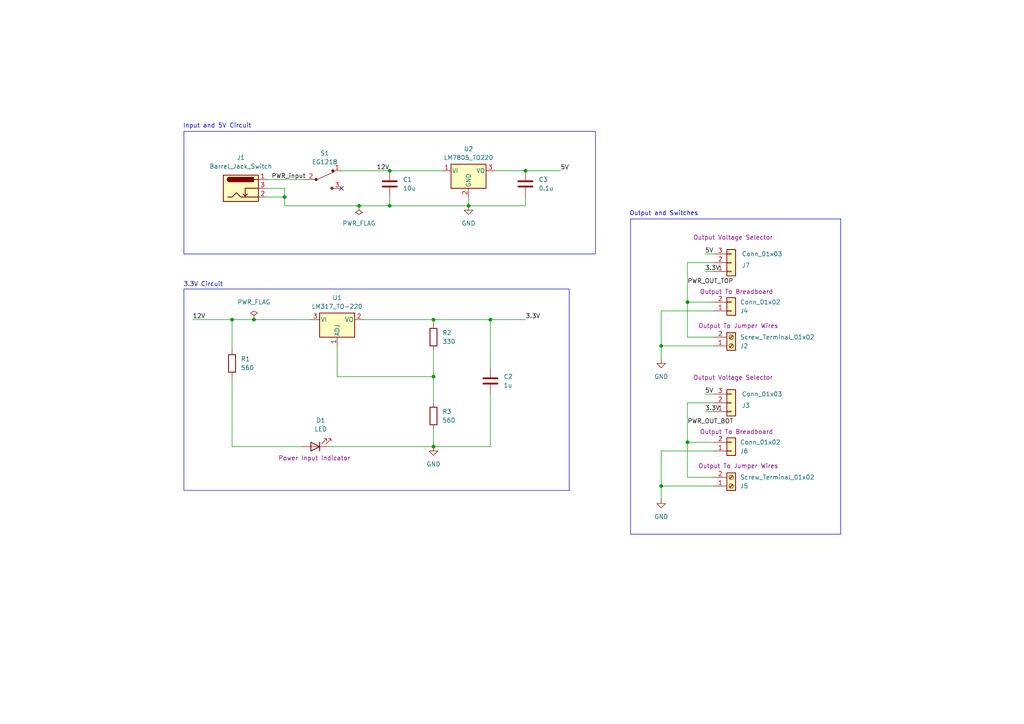
<source format=kicad_sch>
(kicad_sch (version 20250114) (generator "eeschema") (generator_version "9.0")
  (paper "A4")
  (title_block (title "Learning KiCAD with a simple project") (date "2025-10-30") (rev "1") (company "The Octothorpe"))
  (lib_symbols
    (symbol "Connector:Barrel_Jack_Switch" (pin_names (hide yes))
      (property "Reference" "J" (at 0 5.334 0))
      (property "Value" "Barrel_Jack_Switch" (at 0 -5.08 0))
      (symbol "Barrel_Jack_Switch_0_1"
        (rectangle (start -5.08 3.81) (end 5.08 -3.81) (stroke (width 0.254)) (fill (type background)))
        (polyline (pts (xy -3.81 -2.54) (xy -2.54 -2.54) (xy -1.27 -1.27) (xy 0 -2.54) (xy 2.54 -2.54) (xy 5.08 -2.54)) (stroke (width 0.254)))
        (arc (start -3.302 1.905) (mid -3.9343 2.54) (end -3.302 3.175) (stroke (width 0.254)))
        (arc (start -3.302 1.905) (mid -3.9343 2.54) (end -3.302 3.175) (stroke (width 0.254)) (fill (type outline)))
        (polyline (pts (xy 1.27 -2.286) (xy 1.905 -1.651)) (stroke (width 0.254)))
        (rectangle (start 3.683 3.175) (end -3.302 1.905) (stroke (width 0.254)) (fill (type outline)))
        (polyline (pts (xy 5.08 2.54) (xy 3.81 2.54)) (stroke (width 0.254)))
        (polyline (pts (xy 5.08 0) (xy 1.27 0) (xy 1.27 -2.286) (xy 0.635 -1.651)) (stroke (width 0.254)))
      )
      (symbol "Barrel_Jack_Switch_1_1"
        (pin passive line (at 7.62 2.54 180) (length 2.54) (name "~") (number "1"))
        (pin passive line (at 7.62 0 180) (length 2.54) (name "~") (number "3"))
        (pin passive line (at 7.62 -2.54 180) (length 2.54) (name "~") (number "2"))
      )
    )
    (symbol "Connector:Screw_Terminal_01x02" (pin_names (offset 1.016) (hide yes))
      (property "Reference" "J" (at 0 2.54 0))
      (property "Value" "Screw_Terminal_01x02" (at 0 -5.08 0))
      (symbol "Screw_Terminal_01x02_1_1"
        (rectangle (start -1.27 1.27) (end 1.27 -3.81) (stroke (width 0.254)) (fill (type background)))
        (polyline (pts (xy -0.5334 0.3302) (xy 0.3302 -0.508)) (stroke (width 0.1524)))
        (polyline (pts (xy -0.5334 -2.2098) (xy 0.3302 -3.048)) (stroke (width 0.1524)))
        (polyline (pts (xy -0.3556 0.508) (xy 0.508 -0.3302)) (stroke (width 0.1524)))
        (polyline (pts (xy -0.3556 -2.032) (xy 0.508 -2.8702)) (stroke (width 0.1524)))
        (circle (center 0 0) (radius 0.635) (stroke (width 0.1524)))
        (circle (center 0 -2.54) (radius 0.635) (stroke (width 0.1524)))
        (pin passive line (at -5.08 0 0) (length 3.81) (name "Pin_1") (number "1"))
        (pin passive line (at -5.08 -2.54 0) (length 3.81) (name "Pin_2") (number "2"))
      )
    )
    (symbol "Connector_Generic:Conn_01x02" (pin_names (offset 1.016) (hide yes))
      (property "Reference" "J" (at 0 2.54 0))
      (property "Value" "Conn_01x02" (at 0 -5.08 0))
      (symbol "Conn_01x02_1_1"
        (rectangle (start -1.27 1.27) (end 1.27 -3.81) (stroke (width 0.254)) (fill (type background)))
        (rectangle (start -1.27 0.127) (end 0 -0.127) (stroke (width 0.1524)))
        (rectangle (start -1.27 -2.413) (end 0 -2.667) (stroke (width 0.1524)))
        (pin passive line (at -5.08 0 0) (length 3.81) (name "Pin_1") (number "1"))
        (pin passive line (at -5.08 -2.54 0) (length 3.81) (name "Pin_2") (number "2"))
      )
    )
    (symbol "Connector_Generic:Conn_01x03" (pin_names (offset 1.016) (hide yes))
      (property "Reference" "J" (at 0 5.08 0))
      (property "Value" "Conn_01x03" (at 0 -5.08 0))
      (symbol "Conn_01x03_1_1"
        (rectangle (start -1.27 3.81) (end 1.27 -3.81) (stroke (width 0.254)) (fill (type background)))
        (rectangle (start -1.27 2.667) (end 0 2.413) (stroke (width 0.1524)))
        (rectangle (start -1.27 0.127) (end 0 -0.127) (stroke (width 0.1524)))
        (rectangle (start -1.27 -2.413) (end 0 -2.667) (stroke (width 0.1524)))
        (pin passive line (at -5.08 2.54 0) (length 3.81) (name "Pin_1") (number "1"))
        (pin passive line (at -5.08 0 0) (length 3.81) (name "Pin_2") (number "2"))
        (pin passive line (at -5.08 -2.54 0) (length 3.81) (name "Pin_3") (number "3"))
      )
    )
    (symbol "Device:C" (pin_numbers (hide yes)) (pin_names (offset 0.254))
      (property "Reference" "C" (at 0.635 2.54 0))
      (property "Value" "C" (at 0.635 -2.54 0))
      (symbol "C_0_1"
        (polyline (pts (xy -2.032 0.762) (xy 2.032 0.762)) (stroke (width 0.508)))
        (polyline (pts (xy -2.032 -0.762) (xy 2.032 -0.762)) (stroke (width 0.508)))
      )
      (symbol "C_1_1"
        (pin passive line (at 0 3.81 270) (length 2.794) (name "~") (number "1"))
        (pin passive line (at 0 -3.81 90) (length 2.794) (name "~") (number "2"))
      )
    )
    (symbol "Device:LED" (pin_numbers (hide yes)) (pin_names (offset 1.016) (hide yes))
      (property "Reference" "D" (at 0 2.54 0))
      (property "Value" "LED" (at 0 -2.54 0))
      (symbol "LED_0_1"
        (polyline (pts (xy -3.048 -0.762) (xy -4.572 -2.286) (xy -3.81 -2.286) (xy -4.572 -2.286) (xy -4.572 -1.524)))
        (polyline (pts (xy -1.778 -0.762) (xy -3.302 -2.286) (xy -2.54 -2.286) (xy -3.302 -2.286) (xy -3.302 -1.524)))
        (polyline (pts (xy -1.27 0) (xy 1.27 0)))
        (polyline (pts (xy -1.27 -1.27) (xy -1.27 1.27)) (stroke (width 0.254)))
        (polyline (pts (xy 1.27 -1.27) (xy 1.27 1.27) (xy -1.27 0) (xy 1.27 -1.27)) (stroke (width 0.254)))
      )
      (symbol "LED_1_1"
        (pin passive line (at -3.81 0 0) (length 2.54) (name "K") (number "1"))
        (pin passive line (at 3.81 0 180) (length 2.54) (name "A") (number "2"))
      )
    )
    (symbol "Device:R" (pin_numbers (hide yes)) (pin_names (offset 0))
      (property "Reference" "R" (at 2.032 0 90))
      (property "Value" "R" (at 0 0 90))
      (symbol "R_0_1"
        (rectangle (start -1.016 -2.54) (end 1.016 2.54) (stroke (width 0.254)))
      )
      (symbol "R_1_1"
        (pin passive line (at 0 3.81 270) (length 1.27) (name "~") (number "1"))
        (pin passive line (at 0 -3.81 90) (length 1.27) (name "~") (number "2"))
      )
    )
    (symbol "Regulator_Linear:LM317_TO-220" (pin_names (offset 0.254))
      (property "Reference" "U" (at -3.81 3.175 0))
      (property "Value" "LM317_TO-220" (at 0 3.175 0))
      (symbol "LM317_TO-220_0_1"
        (rectangle (start -5.08 1.905) (end 5.08 -5.08) (stroke (width 0.254)) (fill (type background)))
      )
      (symbol "LM317_TO-220_1_1"
        (pin power_in line (at -7.62 0 0) (length 2.54) (name "VI") (number "3"))
        (pin input line (at 0 -7.62 90) (length 2.54) (name "ADJ") (number "1"))
        (pin power_out line (at 7.62 0 180) (length 2.54) (name "VO") (number "2"))
      )
    )
    (symbol "Regulator_Linear:LM7805_TO220" (pin_names (offset 0.254))
      (property "Reference" "U" (at -3.81 3.175 0))
      (property "Value" "LM7805_TO220" (at 0 3.175 0))
      (symbol "LM7805_TO220_0_1"
        (rectangle (start -5.08 1.905) (end 5.08 -5.08) (stroke (width 0.254)) (fill (type background)))
      )
      (symbol "LM7805_TO220_1_1"
        (pin power_in line (at -7.62 0 0) (length 2.54) (name "VI") (number "1"))
        (pin power_in line (at 0 -7.62 90) (length 2.54) (name "GND") (number "2"))
        (pin power_out line (at 7.62 0 180) (length 2.54) (name "VO") (number "3"))
      )
    )
    (symbol "dk_Slide-Switches:EG1218" (pin_names (offset 0))
      (property "Reference" "S" (at -3.81 2.286 0))
      (property "Value" "EG1218" (at 0 -5.334 0))
      (symbol "EG1218_0_1"
        (circle (center -2.286 0) (radius 0.3556) (fill (type outline)))
        (polyline (pts (xy -2.032 0) (xy 3.048 2.286)))
        (circle (center 2.286 -2.54) (radius 0.3556) (fill (type outline)))
        (circle (center 2.54 2.54) (radius 0.3556) (fill (type outline)))
      )
      (symbol "EG1218_1_1"
        (pin passive line (at -5.08 0 0) (length 2.54) (name "~") (number "2"))
        (pin passive line (at 5.08 2.54 180) (length 2.54) (name "~") (number "1"))
        (pin passive line (at 5.08 -2.54 180) (length 2.54) (name "~") (number "3"))
      )
    )
    (symbol "power:GND" (power) (pin_numbers (hide yes)) (pin_names (offset 0) (hide yes))
      (property "Value" "GND" (at 0 -3.81 0))
      (symbol "GND_0_1"
        (polyline (pts (xy 0 0) (xy 0 -1.27) (xy 1.27 -1.27) (xy 0 -2.54) (xy -1.27 -1.27) (xy 0 -1.27)))
      )
      (symbol "GND_1_1"
        (pin power_in line (at 0 0 270) (length 0) (name "~") (number "1"))
      )
    )
    (symbol "power:PWR_FLAG" (power) (pin_numbers (hide yes)) (pin_names (offset 0) (hide yes))
      (property "Value" "PWR_FLAG" (at 0 3.81 0))
      (symbol "PWR_FLAG_0_0"
        (pin power_out line (at 0 0 90) (length 0) (name "~") (number "1"))
      )
      (symbol "PWR_FLAG_0_1"
        (polyline (pts (xy 0 0) (xy 0 1.27) (xy -1.016 1.905) (xy 0 2.54) (xy 1.016 1.905) (xy 0 1.27)))
      )
    )
  )
  (rectangle (start 182.88 63.5) (end 243.84 154.94))
  (rectangle (start 53.34 38.1) (end 172.72 73.66))
  (rectangle (start 53.34 83.82) (end 165.1 142.24))
  (text "3.3V Circuit" (at 58.928 82.55 0) (effects (font (size 1.27 1.27))))
  (text "Output and Switches" (at 192.532 61.976 0) (effects (font (size 1.27 1.27))))
  (text "Input and 5V Circuit" (at 62.992 36.576 0) (effects (font (size 1.27 1.27))))
  (junction (at 191.77 100.33))
  (junction (at 125.73 92.71))
  (junction (at 82.55 57.15))
  (junction (at 142.24 92.71))
  (junction (at 191.77 140.97))
  (junction (at 199.39 87.63))
  (junction (at 125.73 109.22))
  (junction (at 135.89 59.69))
  (junction (at 125.73 129.54))
  (junction (at 113.03 49.53))
  (junction (at 104.14 59.69))
  (junction (at 67.31 92.71))
  (junction (at 199.39 128.27))
  (junction (at 152.4 49.53))
  (junction (at 73.66 92.71))
  (junction (at 113.03 59.69))
  (no_connect (at 99.06 54.61))
  (wire (pts (xy 73.66 92.71) (xy 90.17 92.71)))
  (wire (pts (xy 99.06 49.53) (xy 113.03 49.53)))
  (wire (pts (xy 199.39 76.2) (xy 199.39 87.63)))
  (wire (pts (xy 207.01 116.84) (xy 199.39 116.84)))
  (wire (pts (xy 125.73 93.98) (xy 125.73 92.71)))
  (wire (pts (xy 204.47 73.66) (xy 207.01 73.66)))
  (wire (pts (xy 152.4 49.53) (xy 162.56 49.53)))
  (wire (pts (xy 113.03 59.69) (xy 135.89 59.69)))
  (wire (pts (xy 204.47 114.3) (xy 207.01 114.3)))
  (wire (pts (xy 105.41 92.71) (xy 125.73 92.71)))
  (wire (pts (xy 97.79 109.22) (xy 125.73 109.22)))
  (wire (pts (xy 191.77 100.33) (xy 207.01 100.33)))
  (wire (pts (xy 113.03 57.15) (xy 113.03 59.69)))
  (wire (pts (xy 125.73 109.22) (xy 125.73 116.84)))
  (wire (pts (xy 191.77 104.14) (xy 191.77 100.33)))
  (wire (pts (xy 113.03 49.53) (xy 128.27 49.53)))
  (wire (pts (xy 135.89 59.69) (xy 152.4 59.69)))
  (wire (pts (xy 199.39 97.79) (xy 207.01 97.79)))
  (wire (pts (xy 125.73 129.54) (xy 142.24 129.54)))
  (wire (pts (xy 67.31 92.71) (xy 73.66 92.71)))
  (wire (pts (xy 125.73 92.71) (xy 142.24 92.71)))
  (wire (pts (xy 77.47 54.61) (xy 82.55 54.61)))
  (wire (pts (xy 67.31 129.54) (xy 87.63 129.54)))
  (wire (pts (xy 142.24 92.71) (xy 152.4 92.71)))
  (wire (pts (xy 125.73 101.6) (xy 125.73 109.22)))
  (wire (pts (xy 199.39 128.27) (xy 207.01 128.27)))
  (wire (pts (xy 191.77 144.78) (xy 191.77 140.97)))
  (wire (pts (xy 199.39 138.43) (xy 207.01 138.43)))
  (wire (pts (xy 82.55 59.69) (xy 104.14 59.69)))
  (wire (pts (xy 104.14 59.69) (xy 113.03 59.69)))
  (wire (pts (xy 191.77 90.17) (xy 207.01 90.17)))
  (wire (pts (xy 191.77 100.33) (xy 191.77 90.17)))
  (wire (pts (xy 152.4 57.15) (xy 152.4 59.69)))
  (wire (pts (xy 191.77 140.97) (xy 207.01 140.97)))
  (wire (pts (xy 142.24 92.71) (xy 142.24 106.68)))
  (wire (pts (xy 199.39 116.84) (xy 199.39 128.27)))
  (wire (pts (xy 125.73 124.46) (xy 125.73 129.54)))
  (wire (pts (xy 97.79 100.33) (xy 97.79 109.22)))
  (wire (pts (xy 204.47 119.38) (xy 207.01 119.38)))
  (wire (pts (xy 77.47 52.07) (xy 88.9 52.07)))
  (wire (pts (xy 204.47 78.74) (xy 207.01 78.74)))
  (wire (pts (xy 67.31 101.6) (xy 67.31 92.71)))
  (wire (pts (xy 191.77 140.97) (xy 191.77 130.81)))
  (wire (pts (xy 199.39 87.63) (xy 199.39 97.79)))
  (wire (pts (xy 199.39 128.27) (xy 199.39 138.43)))
  (wire (pts (xy 82.55 54.61) (xy 82.55 57.15)))
  (wire (pts (xy 82.55 57.15) (xy 82.55 59.69)))
  (wire (pts (xy 143.51 49.53) (xy 152.4 49.53)))
  (wire (pts (xy 207.01 76.2) (xy 199.39 76.2)))
  (wire (pts (xy 67.31 109.22) (xy 67.31 129.54)))
  (wire (pts (xy 199.39 87.63) (xy 207.01 87.63)))
  (wire (pts (xy 191.77 130.81) (xy 207.01 130.81)))
  (wire (pts (xy 135.89 57.15) (xy 135.89 59.69)))
  (wire (pts (xy 55.88 92.71) (xy 67.31 92.71)))
  (wire (pts (xy 142.24 114.3) (xy 142.24 129.54)))
  (wire (pts (xy 77.47 57.15) (xy 82.55 57.15)))
  (wire (pts (xy 95.25 129.54) (xy 125.73 129.54)))
  (label "PWR_input" (at 78.74 52.07 0))
  (label "5V" (at 162.56 49.53 0))
  (label "5V" (at 204.47 73.66 0))
  (label "PWR_OUT_TOP" (at 199.39 82.55 0))
  (label "3.3V" (at 152.4 92.71 0))
  (label "3.3V" (at 204.47 119.38 0))
  (label "PWR_OUT_BOT" (at 199.39 123.19 0))
  (label "12V" (at 55.88 92.71 0))
  (label "12V" (at 109.22 49.53 0))
  (label "5V" (at 204.47 114.3 0))
  (label "3.3V" (at 204.47 78.74 0))
  (symbol (lib_id "power:GND") (at 135.89 59.69 0) (unit 1)
    (property "Reference" "#PWR01" (effects (hide yes)))
    (property "Value" "GND" (at 135.89 64.77 0))
    (property "Description" "Power symbol creates a global label with name \"GND\" , ground" (effects (hide yes)))
  )
  (symbol (lib_id "Connector:Screw_Terminal_01x02") (at 212.09 100.33 0) (mirror x) (unit 1)
    (property "Reference" "J2" (at 214.63 100.3301 0) (effects (justify left)))
    (property "Value" "Screw_Terminal_01x02" (at 214.63 97.7901 0) (effects (justify left)))
    (property "Footprint" "TerminalBlock:TerminalBlock_MaiXu_MX126-5.0-02P_1x02_P5.00mm" (effects (hide yes)))
    (property "Description" "Generic screw terminal, single row, 01x02, script generated (kicad-library-utils/schlib/autogen/connector/)" (effects (hide yes)))
    (property "Purpose" "Output To Jumper Wires" (at 214.122 94.488 0))
  )
  (symbol (lib_id "Connector_Generic:Conn_01x03") (at 212.09 116.84 0) (mirror x) (unit 1)
    (property "Reference" "J3" (at 215.138 117.602 0) (effects (justify left)))
    (property "Value" "Conn_01x03" (at 215.138 114.3 0) (effects (justify left)))
    (property "Footprint" "Connector_PinHeader_2.54mm:PinHeader_1x03_P2.54mm_Vertical" (effects (hide yes)))
    (property "Description" "Generic connector, single row, 01x03, script generated (kicad-library-utils/schlib/autogen/connector/)" (effects (hide yes)))
    (property "Purpose" "Output Voltage Selector" (at 212.598 109.474 0))
  )
  (symbol (lib_id "Connector:Screw_Terminal_01x02") (at 212.09 140.97 0) (mirror x) (unit 1)
    (property "Reference" "J5" (at 214.63 140.9701 0) (effects (justify left)))
    (property "Value" "Screw_Terminal_01x02" (at 214.63 138.4301 0) (effects (justify left)))
    (property "Footprint" "TerminalBlock:TerminalBlock_MaiXu_MX126-5.0-02P_1x02_P5.00mm" (effects (hide yes)))
    (property "Description" "Generic screw terminal, single row, 01x02, script generated (kicad-library-utils/schlib/autogen/connector/)" (effects (hide yes)))
    (property "Purpose" "Output To Jumper Wires" (at 214.122 135.128 0))
  )
  (symbol (lib_id "Connector_Generic:Conn_01x02") (at 212.09 90.17 0) (mirror x) (unit 1)
    (property "Reference" "J4" (at 214.63 90.1701 0) (effects (justify left)))
    (property "Value" "Conn_01x02" (at 214.63 87.6301 0) (effects (justify left)))
    (property "Footprint" "Connector_PinHeader_2.54mm:PinHeader_1x02_P2.54mm_Vertical" (effects (hide yes)))
    (property "Description" "Generic connector, single row, 01x02, script generated (kicad-library-utils/schlib/autogen/connector/)" (effects (hide yes)))
    (property "Purpose" "Output To Breadboard" (at 213.614 84.582 0))
  )
  (symbol (lib_id "Device:C") (at 142.24 110.49 0) (unit 1)
    (property "Reference" "C2" (at 146.05 109.2199 0) (effects (justify left)))
    (property "Value" "1u" (at 146.05 111.7599 0) (effects (justify left)))
    (property "Footprint" "Capacitor_THT:C_Disc_D3.0mm_W1.6mm_P2.50mm" (effects (hide yes)))
    (property "Description" "Unpolarized capacitor" (effects (hide yes)))
  )
  (symbol (lib_id "power:GND") (at 191.77 144.78 0) (unit 1)
    (property "Reference" "#PWR04" (effects (hide yes)))
    (property "Value" "GND" (at 191.77 149.86 0))
    (property "Description" "Power symbol creates a global label with name \"GND\" , ground" (effects (hide yes)))
  )
  (symbol (lib_id "power:PWR_FLAG") (at 73.66 92.71 0) (unit 1)
    (property "Reference" "#FLG02" (effects (hide yes)))
    (property "Value" "PWR_FLAG" (at 73.66 87.63 0))
    (property "Description" "Special symbol for telling ERC where power comes from" (effects (hide yes)))
  )
  (symbol (lib_id "power:PWR_FLAG") (at 104.14 59.69 180) (unit 1)
    (property "Reference" "#FLG01" (effects (hide yes)))
    (property "Value" "PWR_FLAG" (at 104.14 64.77 0))
    (property "Description" "Special symbol for telling ERC where power comes from" (effects (hide yes)))
  )
  (symbol (lib_id "Connector:Barrel_Jack_Switch") (at 69.85 54.61 0) (unit 1)
    (property "Reference" "J1" (at 69.85 45.72 0))
    (property "Value" "Barrel_Jack_Switch" (at 69.85 48.26 0))
    (property "Footprint" "Connector_BarrelJack:BarrelJack_Horizontal" (effects (hide yes)))
    (property "Description" "DC Barrel Jack with an internal switch" (effects (hide yes)))
  )
  (symbol (lib_id "Device:R") (at 125.73 97.79 0) (unit 1)
    (property "Reference" "R2" (at 128.27 96.5199 0) (effects (justify left)))
    (property "Value" "330" (at 128.27 99.0599 0) (effects (justify left)))
    (property "Footprint" "Resistor_THT:R_Axial_DIN0204_L3.6mm_D1.6mm_P7.62mm_Horizontal" (effects (hide yes)))
    (property "Description" "Resistor" (effects (hide yes)))
  )
  (symbol (lib_id "power:GND") (at 125.73 129.54 0) (unit 1)
    (property "Reference" "#PWR02" (effects (hide yes)))
    (property "Value" "GND" (at 125.73 134.62 0))
    (property "Description" "Power symbol creates a global label with name \"GND\" , ground" (effects (hide yes)))
  )
  (symbol (lib_id "Device:C") (at 152.4 53.34 0) (unit 1)
    (property "Reference" "C3" (at 156.21 52.0699 0) (effects (justify left)))
    (property "Value" "0.1u" (at 156.21 54.6099 0) (effects (justify left)))
    (property "Footprint" "Capacitor_THT:C_Disc_D3.0mm_W1.6mm_P2.50mm" (effects (hide yes)))
    (property "Description" "Unpolarized capacitor" (effects (hide yes)))
  )
  (symbol (lib_id "Device:C") (at 113.03 53.34 0) (unit 1)
    (property "Reference" "C1" (at 116.84 52.0699 0) (effects (justify left)))
    (property "Value" "10u" (at 116.84 54.6099 0) (effects (justify left)))
    (property "Footprint" "Capacitor_THT:C_Disc_D3.0mm_W1.6mm_P2.50mm" (effects (hide yes)))
    (property "Description" "Unpolarized capacitor" (effects (hide yes)))
  )
  (symbol (lib_id "Connector_Generic:Conn_01x02") (at 212.09 130.81 0) (mirror x) (unit 1)
    (property "Reference" "J6" (at 214.63 130.8101 0) (effects (justify left)))
    (property "Value" "Conn_01x02" (at 214.63 128.2701 0) (effects (justify left)))
    (property "Footprint" "Connector_PinHeader_2.54mm:PinHeader_1x02_P2.54mm_Vertical" (effects (hide yes)))
    (property "Description" "Generic connector, single row, 01x02, script generated (kicad-library-utils/schlib/autogen/connector/)" (effects (hide yes)))
    (property "Purpose" "Output To Breadboard" (at 213.614 125.222 0))
  )
  (symbol (lib_id "Regulator_Linear:LM7805_TO220") (at 135.89 49.53 0) (unit 1)
    (property "Reference" "U2" (at 135.89 43.18 0))
    (property "Value" "LM7805_TO220" (at 135.89 45.72 0))
    (property "Footprint" "Package_TO_SOT_THT:TO-220-3_Vertical" (effects (hide yes)))
    (property "Datasheet" "https://www.onsemi.cn/PowerSolutions/document/MC7800-D.PDF" (effects (hide yes)))
    (property "Description" "Positive 1A 35V Linear Regulator, Fixed Output 5V, TO-220" (effects (hide yes)))
  )
  (symbol (lib_id "power:GND") (at 191.77 104.14 0) (unit 1)
    (property "Reference" "#PWR03" (effects (hide yes)))
    (property "Value" "GND" (at 191.77 109.22 0))
    (property "Description" "Power symbol creates a global label with name \"GND\" , ground" (effects (hide yes)))
  )
  (symbol (lib_id "Device:R") (at 125.73 120.65 0) (unit 1)
    (property "Reference" "R3" (at 128.27 119.3799 0) (effects (justify left)))
    (property "Value" "560" (at 128.27 121.9199 0) (effects (justify left)))
    (property "Footprint" "Resistor_THT:R_Axial_DIN0204_L3.6mm_D1.6mm_P7.62mm_Horizontal" (effects (hide yes)))
    (property "Description" "Resistor" (effects (hide yes)))
  )
  (symbol (lib_id "Device:LED") (at 91.44 129.54 180) (unit 1)
    (property "Reference" "D1" (at 93.0275 121.92 0))
    (property "Value" "LED" (at 93.0275 124.46 0))
    (property "Footprint" "LED_THT:LED_D5.0mm" (effects (hide yes)))
    (property "Description" "Light emitting diode" (effects (hide yes)))
    (property "Sim.Pins" "1=K 2=A" (effects (hide yes)))
    (property "Purpose" "Power Input Indicator" (at 91.186 132.842 0))
  )
  (symbol (lib_id "Regulator_Linear:LM317_TO-220") (at 97.79 92.71 0) (unit 1)
    (property "Reference" "U1" (at 97.79 86.36 0))
    (property "Value" "LM317_TO-220" (at 97.79 88.9 0))
    (property "Footprint" "Package_TO_SOT_THT:TO-220-3_Vertical" (effects (hide yes)))
    (property "Datasheet" "http://www.ti.com/lit/ds/symlink/lm317.pdf" (effects (hide yes)))
    (property "Description" "1.5A 35V Adjustable Linear Regulator, TO-220" (effects (hide yes)))
  )
  (symbol (lib_id "dk_Slide-Switches:EG1218") (at 93.98 52.07 0) (unit 1)
    (property "Reference" "S1" (at 94.1832 44.45 0))
    (property "Value" "EG1218" (at 94.1832 46.99 0))
    (property "Footprint" "digikey-footprints:Switch_Slide_11.6x4mm_EG1218" (effects (hide yes)))
    (property "Datasheet" "http://spec_sheets.e-switch.com/specs/P040040.pdf" (effects (hide yes)))
    (property "Description" "SWITCH SLIDE SPDT 200MA 30V" (effects (hide yes)))
    (property "Digi-Key_PN" "EG1903-ND" (effects (hide yes)))
    (property "MPN" "EG1218" (effects (hide yes)))
    (property "Category" "Switches" (effects (hide yes)))
    (property "Family" "Slide Switches" (effects (hide yes)))
    (property "DK_Datasheet_Link" "http://spec_sheets.e-switch.com/specs/P040040.pdf" (effects (hide yes)))
    (property "DK_Detail_Page" "/product-detail/en/e-switch/EG1218/EG1903-ND/101726" (effects (hide yes)))
    (property "Description_1" "SWITCH SLIDE SPDT 200MA 30V" (effects (hide yes)))
    (property "Manufacturer" "E-Switch" (effects (hide yes)))
    (property "Status" "Active" (effects (hide yes)))
  )
  (symbol (lib_id "Device:R") (at 67.31 105.41 0) (unit 1)
    (property "Reference" "R1" (at 69.85 104.1399 0) (effects (justify left)))
    (property "Value" "560" (at 69.85 106.6799 0) (effects (justify left)))
    (property "Footprint" "Resistor_THT:R_Axial_DIN0204_L3.6mm_D1.6mm_P7.62mm_Horizontal" (effects (hide yes)))
    (property "Description" "Resistor" (effects (hide yes)))
  )
  (symbol (lib_id "Connector_Generic:Conn_01x03") (at 212.09 76.2 0) (mirror x) (unit 1)
    (property "Reference" "J7" (at 215.138 76.962 0) (effects (justify left)))
    (property "Value" "Conn_01x03" (at 215.138 73.66 0) (effects (justify left)))
    (property "Footprint" "Connector_PinHeader_2.54mm:PinHeader_1x03_P2.54mm_Vertical" (effects (hide yes)))
    (property "Description" "Generic connector, single row, 01x03, script generated (kicad-library-utils/schlib/autogen/connector/)" (effects (hide yes)))
    (property "Purpose" "Output Voltage Selector" (at 212.598 68.834 0))
  )
)
</source>
